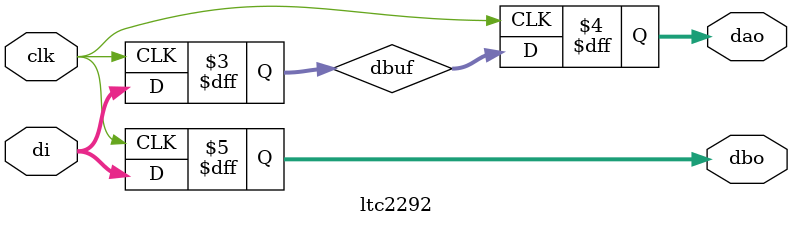
<source format=v>
`ifndef _LTC2292_V_
`define _LTC2292_V_
`default_nettype none


// TODO this module currently only supports a multiplexed output bus
// in full-range 2s complement mode. See the datasheet for details and
// other modes.

module ltc2292 #(
   parameter MUX = "TRUE"
) (
   input wire        clk,
   input wire [11:0] di,
   output reg [11:0] dao,
   output reg [11:0] dbo
);

   // TODO verify this is correct. It's not clear, and Henrik does it
   // the other way. When the ADC outputs are multiplexed, channel A
   // should be sampled on the clock's falling edge and channel B
   // sampled on the clock's rising edge.

   reg [11:0] dbuf;

   always @(posedge clk) begin
      dao <= dbuf;
      dbo <= di;
   end

   always @(negedge clk) begin
      dbuf <= di;
   end

endmodule
`endif

</source>
